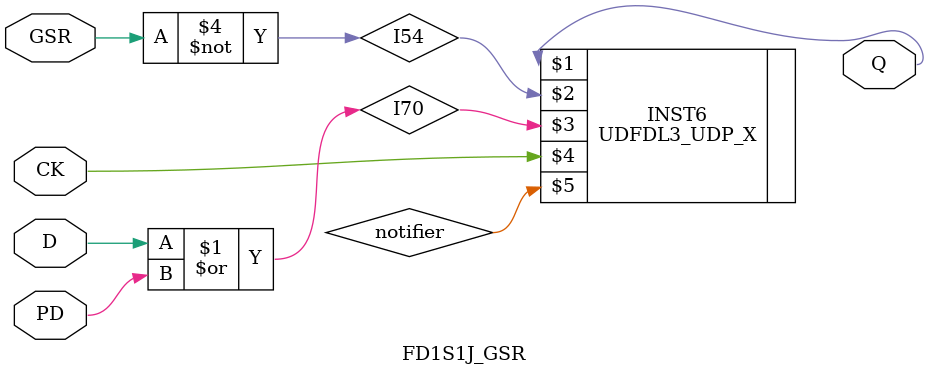
<source format=v>
`resetall
`timescale 1 ns / 100 ps

/* Created by DB2VERILOG Version 1.0.1.1 on Tue Apr  5 13:48:22 1994 */
/* module compiled from "lsl2db 3.6.4" run */

module FD1S1J_GSR (D, CK, PD, GSR, Q);
input  D, CK, PD, GSR;
output Q;
reg notifier; 

UDFDL3_UDP_X INST6 (Q, I54, I70, CK, notifier);
or INST67 (I70, D, PD);
not INST74 (I54, GSR);
not (BPD,PD);
not (BD,D);
and (GSR_BPD,GSR,BPD);
and (GSR_BD,GSR,D);


endmodule


</source>
